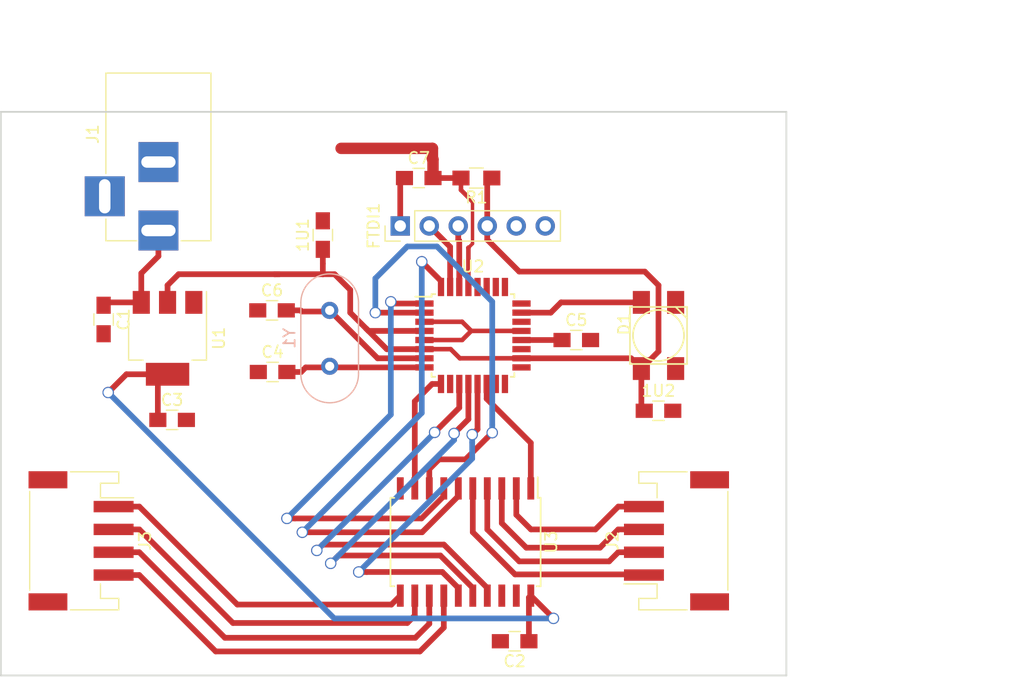
<source format=kicad_pcb>
(kicad_pcb (version 4) (host pcbnew 4.0.7)

  (general
    (links 59)
    (no_connects 6)
    (area 113.324999 56.3 206.85 115.075001)
    (thickness 1.6)
    (drawings 6)
    (tracks 204)
    (zones 0)
    (modules 19)
    (nets 29)
  )

  (page A4)
  (layers
    (0 F.Cu signal)
    (31 B.Cu signal)
    (32 B.Adhes user)
    (33 F.Adhes user)
    (34 B.Paste user)
    (35 F.Paste user)
    (36 B.SilkS user)
    (37 F.SilkS user)
    (38 B.Mask user)
    (39 F.Mask user)
    (40 Dwgs.User user)
    (41 Cmts.User user)
    (42 Eco1.User user)
    (43 Eco2.User user)
    (44 Edge.Cuts user)
    (45 Margin user)
    (46 B.CrtYd user)
    (47 F.CrtYd user)
    (48 B.Fab user)
    (49 F.Fab user)
  )

  (setup
    (last_trace_width 0.5)
    (trace_clearance 0.2)
    (zone_clearance 0.508)
    (zone_45_only no)
    (trace_min 0.2)
    (segment_width 0.2)
    (edge_width 0.15)
    (via_size 1.5)
    (via_drill 0.8)
    (via_min_size 0.4)
    (via_min_drill 0.3)
    (uvia_size 0.3)
    (uvia_drill 0.1)
    (uvias_allowed no)
    (uvia_min_size 0.2)
    (uvia_min_drill 0.1)
    (pcb_text_width 0.3)
    (pcb_text_size 1.5 1.5)
    (mod_edge_width 0.15)
    (mod_text_size 1 1)
    (mod_text_width 0.15)
    (pad_size 2 3.8)
    (pad_drill 0)
    (pad_to_mask_clearance 0.2)
    (aux_axis_origin 113.4 115)
    (visible_elements FFFFE77F)
    (pcbplotparams
      (layerselection 0x01000_80000001)
      (usegerberextensions false)
      (excludeedgelayer true)
      (linewidth 0.100000)
      (plotframeref false)
      (viasonmask false)
      (mode 1)
      (useauxorigin true)
      (hpglpennumber 1)
      (hpglpenspeed 20)
      (hpglpendiameter 15)
      (hpglpenoverlay 2)
      (psnegative false)
      (psa4output false)
      (plotreference true)
      (plotvalue true)
      (plotinvisibletext false)
      (padsonsilk false)
      (subtractmaskfromsilk false)
      (outputformat 1)
      (mirror false)
      (drillshape 0)
      (scaleselection 1)
      (outputdirectory ""))
  )

  (net 0 "")
  (net 1 VCC)
  (net 2 GND)
  (net 3 "Net-(C1-Pad1)")
  (net 4 "Net-(C4-Pad2)")
  (net 5 "Net-(C5-Pad1)")
  (net 6 "Net-(C6-Pad2)")
  (net 7 RST)
  (net 8 reset_in)
  (net 9 led)
  (net 10 TX0)
  (net 11 RXI)
  (net 12 "Net-(J2-Pad1)")
  (net 13 "Net-(J2-Pad2)")
  (net 14 "Net-(J2-Pad3)")
  (net 15 "Net-(J2-Pad4)")
  (net 16 "Net-(J3-Pad1)")
  (net 17 "Net-(J3-Pad2)")
  (net 18 "Net-(J3-Pad3)")
  (net 19 "Net-(J3-Pad4)")
  (net 20 2)
  (net 21 3)
  (net 22 4)
  (net 23 11)
  (net 24 12)
  (net 25 13)
  (net 26 14)
  (net 27 en)
  (net 28 1)

  (net_class Default "This is the default net class."
    (clearance 0.2)
    (trace_width 0.5)
    (via_dia 1.5)
    (via_drill 0.8)
    (uvia_dia 0.3)
    (uvia_drill 0.1)
    (add_net 1)
    (add_net 11)
    (add_net 12)
    (add_net 13)
    (add_net 14)
    (add_net 2)
    (add_net 3)
    (add_net 4)
    (add_net GND)
    (add_net "Net-(C1-Pad1)")
    (add_net "Net-(C4-Pad2)")
    (add_net "Net-(C5-Pad1)")
    (add_net "Net-(C6-Pad2)")
    (add_net "Net-(J2-Pad1)")
    (add_net "Net-(J2-Pad2)")
    (add_net "Net-(J2-Pad3)")
    (add_net "Net-(J2-Pad4)")
    (add_net "Net-(J3-Pad1)")
    (add_net "Net-(J3-Pad2)")
    (add_net "Net-(J3-Pad3)")
    (add_net "Net-(J3-Pad4)")
    (add_net RST)
    (add_net RXI)
    (add_net TX0)
    (add_net VCC)
    (add_net en)
    (add_net led)
    (add_net reset_in)
  )

  (module Crystals:Crystal_HC18-U_Vertical (layer B.Cu) (tedit 58CD2E9B) (tstamp 5A26DD5C)
    (at 142.2 83 270)
    (descr "Crystal THT HC-18/U, http://5hertz.com/pdfs/04404_D.pdf")
    (tags "THT crystalHC-18/U")
    (path /5A270F6A)
    (fp_text reference Y1 (at 2.45 3.525 270) (layer B.SilkS)
      (effects (font (size 1 1) (thickness 0.15)) (justify mirror))
    )
    (fp_text value 8MHZ (at 2.45 -3.525 270) (layer B.Fab)
      (effects (font (size 1 1) (thickness 0.15)) (justify mirror))
    )
    (fp_text user %R (at 3.2 0 540) (layer B.Fab)
      (effects (font (size 1 1) (thickness 0.15)) (justify mirror))
    )
    (fp_line (start -0.675 2.325) (end 5.575 2.325) (layer B.Fab) (width 0.1))
    (fp_line (start -0.675 -2.325) (end 5.575 -2.325) (layer B.Fab) (width 0.1))
    (fp_line (start -0.55 2) (end 5.45 2) (layer B.Fab) (width 0.1))
    (fp_line (start -0.55 -2) (end 5.45 -2) (layer B.Fab) (width 0.1))
    (fp_line (start -0.675 2.525) (end 5.575 2.525) (layer B.SilkS) (width 0.12))
    (fp_line (start -0.675 -2.525) (end 5.575 -2.525) (layer B.SilkS) (width 0.12))
    (fp_line (start -3.5 2.8) (end -3.5 -2.8) (layer B.CrtYd) (width 0.05))
    (fp_line (start -3.5 -2.8) (end 8.4 -2.8) (layer B.CrtYd) (width 0.05))
    (fp_line (start 8.4 -2.8) (end 8.4 2.8) (layer B.CrtYd) (width 0.05))
    (fp_line (start 8.4 2.8) (end -3.5 2.8) (layer B.CrtYd) (width 0.05))
    (fp_arc (start -0.675 0) (end -0.675 2.325) (angle 180) (layer B.Fab) (width 0.1))
    (fp_arc (start 5.575 0) (end 5.575 2.325) (angle -180) (layer B.Fab) (width 0.1))
    (fp_arc (start -0.55 0) (end -0.55 2) (angle 180) (layer B.Fab) (width 0.1))
    (fp_arc (start 5.45 0) (end 5.45 2) (angle -180) (layer B.Fab) (width 0.1))
    (fp_arc (start -0.675 0) (end -0.675 2.525) (angle 180) (layer B.SilkS) (width 0.12))
    (fp_arc (start 5.575 0) (end 5.575 2.525) (angle -180) (layer B.SilkS) (width 0.12))
    (pad 1 thru_hole circle (at 0 0 270) (size 1.5 1.5) (drill 0.8) (layers *.Cu *.Mask)
      (net 4 "Net-(C4-Pad2)"))
    (pad 2 thru_hole circle (at 4.9 0 270) (size 1.5 1.5) (drill 0.8) (layers *.Cu *.Mask)
      (net 6 "Net-(C6-Pad2)"))
    (model ${KISYS3DMOD}/Crystals.3dshapes/Crystal_HC18-U_Vertical.wrl
      (at (xyz 0 0 0))
      (scale (xyz 0.393701 0.393701 0.393701))
      (rotate (xyz 0 0 0))
    )
  )

  (module Capacitors_SMD:C_0805_HandSoldering (layer F.Cu) (tedit 58AA84A8) (tstamp 5A26DCA8)
    (at 141.6 76.4 90)
    (descr "Capacitor SMD 0805, hand soldering")
    (tags "capacitor 0805")
    (path /5A270F7E)
    (attr smd)
    (fp_text reference 1U1 (at 0 -1.75 90) (layer F.SilkS)
      (effects (font (size 1 1) (thickness 0.15)))
    )
    (fp_text value 0,1U (at 0 1.75 90) (layer F.Fab)
      (effects (font (size 1 1) (thickness 0.15)))
    )
    (fp_text user %R (at 0 -1.75 90) (layer F.Fab)
      (effects (font (size 1 1) (thickness 0.15)))
    )
    (fp_line (start -1 0.62) (end -1 -0.62) (layer F.Fab) (width 0.1))
    (fp_line (start 1 0.62) (end -1 0.62) (layer F.Fab) (width 0.1))
    (fp_line (start 1 -0.62) (end 1 0.62) (layer F.Fab) (width 0.1))
    (fp_line (start -1 -0.62) (end 1 -0.62) (layer F.Fab) (width 0.1))
    (fp_line (start 0.5 -0.85) (end -0.5 -0.85) (layer F.SilkS) (width 0.12))
    (fp_line (start -0.5 0.85) (end 0.5 0.85) (layer F.SilkS) (width 0.12))
    (fp_line (start -2.25 -0.88) (end 2.25 -0.88) (layer F.CrtYd) (width 0.05))
    (fp_line (start -2.25 -0.88) (end -2.25 0.87) (layer F.CrtYd) (width 0.05))
    (fp_line (start 2.25 0.87) (end 2.25 -0.88) (layer F.CrtYd) (width 0.05))
    (fp_line (start 2.25 0.87) (end -2.25 0.87) (layer F.CrtYd) (width 0.05))
    (pad 1 smd rect (at -1.25 0 90) (size 1.5 1.25) (layers F.Cu F.Paste F.Mask)
      (net 1 VCC))
    (pad 2 smd rect (at 1.25 0 90) (size 1.5 1.25) (layers F.Cu F.Paste F.Mask)
      (net 2 GND))
    (model Capacitors_SMD.3dshapes/C_0805.wrl
      (at (xyz 0 0 0))
      (scale (xyz 1 1 1))
      (rotate (xyz 0 0 0))
    )
  )

  (module Capacitors_SMD:C_0805_HandSoldering (layer F.Cu) (tedit 58AA84A8) (tstamp 5A26DCAE)
    (at 171 91.8)
    (descr "Capacitor SMD 0805, hand soldering")
    (tags "capacitor 0805")
    (path /5A271DCC)
    (attr smd)
    (fp_text reference 1U2 (at 0 -1.75) (layer F.SilkS)
      (effects (font (size 1 1) (thickness 0.15)))
    )
    (fp_text value 0,1U (at 0 1.75) (layer F.Fab)
      (effects (font (size 1 1) (thickness 0.15)))
    )
    (fp_text user %R (at 0 -1.75) (layer F.Fab)
      (effects (font (size 1 1) (thickness 0.15)))
    )
    (fp_line (start -1 0.62) (end -1 -0.62) (layer F.Fab) (width 0.1))
    (fp_line (start 1 0.62) (end -1 0.62) (layer F.Fab) (width 0.1))
    (fp_line (start 1 -0.62) (end 1 0.62) (layer F.Fab) (width 0.1))
    (fp_line (start -1 -0.62) (end 1 -0.62) (layer F.Fab) (width 0.1))
    (fp_line (start 0.5 -0.85) (end -0.5 -0.85) (layer F.SilkS) (width 0.12))
    (fp_line (start -0.5 0.85) (end 0.5 0.85) (layer F.SilkS) (width 0.12))
    (fp_line (start -2.25 -0.88) (end 2.25 -0.88) (layer F.CrtYd) (width 0.05))
    (fp_line (start -2.25 -0.88) (end -2.25 0.87) (layer F.CrtYd) (width 0.05))
    (fp_line (start 2.25 0.87) (end 2.25 -0.88) (layer F.CrtYd) (width 0.05))
    (fp_line (start 2.25 0.87) (end -2.25 0.87) (layer F.CrtYd) (width 0.05))
    (pad 1 smd rect (at -1.25 0) (size 1.5 1.25) (layers F.Cu F.Paste F.Mask)
      (net 1 VCC))
    (pad 2 smd rect (at 1.25 0) (size 1.5 1.25) (layers F.Cu F.Paste F.Mask)
      (net 2 GND))
    (model Capacitors_SMD.3dshapes/C_0805.wrl
      (at (xyz 0 0 0))
      (scale (xyz 1 1 1))
      (rotate (xyz 0 0 0))
    )
  )

  (module Capacitors_SMD:C_0805_HandSoldering (layer F.Cu) (tedit 58AA84A8) (tstamp 5A26DCB4)
    (at 122.4 83.8 270)
    (descr "Capacitor SMD 0805, hand soldering")
    (tags "capacitor 0805")
    (path /5A274728)
    (attr smd)
    (fp_text reference C1 (at 0 -1.75 270) (layer F.SilkS)
      (effects (font (size 1 1) (thickness 0.15)))
    )
    (fp_text value C (at 0 1.75 270) (layer F.Fab)
      (effects (font (size 1 1) (thickness 0.15)))
    )
    (fp_text user %R (at 0 -1.75 270) (layer F.Fab)
      (effects (font (size 1 1) (thickness 0.15)))
    )
    (fp_line (start -1 0.62) (end -1 -0.62) (layer F.Fab) (width 0.1))
    (fp_line (start 1 0.62) (end -1 0.62) (layer F.Fab) (width 0.1))
    (fp_line (start 1 -0.62) (end 1 0.62) (layer F.Fab) (width 0.1))
    (fp_line (start -1 -0.62) (end 1 -0.62) (layer F.Fab) (width 0.1))
    (fp_line (start 0.5 -0.85) (end -0.5 -0.85) (layer F.SilkS) (width 0.12))
    (fp_line (start -0.5 0.85) (end 0.5 0.85) (layer F.SilkS) (width 0.12))
    (fp_line (start -2.25 -0.88) (end 2.25 -0.88) (layer F.CrtYd) (width 0.05))
    (fp_line (start -2.25 -0.88) (end -2.25 0.87) (layer F.CrtYd) (width 0.05))
    (fp_line (start 2.25 0.87) (end 2.25 -0.88) (layer F.CrtYd) (width 0.05))
    (fp_line (start 2.25 0.87) (end -2.25 0.87) (layer F.CrtYd) (width 0.05))
    (pad 1 smd rect (at -1.25 0 270) (size 1.5 1.25) (layers F.Cu F.Paste F.Mask)
      (net 3 "Net-(C1-Pad1)"))
    (pad 2 smd rect (at 1.25 0 270) (size 1.5 1.25) (layers F.Cu F.Paste F.Mask)
      (net 2 GND))
    (model Capacitors_SMD.3dshapes/C_0805.wrl
      (at (xyz 0 0 0))
      (scale (xyz 1 1 1))
      (rotate (xyz 0 0 0))
    )
  )

  (module Capacitors_SMD:C_0805_HandSoldering (layer F.Cu) (tedit 58AA84A8) (tstamp 5A26DCBA)
    (at 158.4 112 180)
    (descr "Capacitor SMD 0805, hand soldering")
    (tags "capacitor 0805")
    (path /5A274761)
    (attr smd)
    (fp_text reference C2 (at 0 -1.75 180) (layer F.SilkS)
      (effects (font (size 1 1) (thickness 0.15)))
    )
    (fp_text value C (at -3.4 -0.4 180) (layer F.Fab)
      (effects (font (size 1 1) (thickness 0.15)))
    )
    (fp_text user %R (at 0 -1.75 180) (layer F.Fab)
      (effects (font (size 1 1) (thickness 0.15)))
    )
    (fp_line (start -1 0.62) (end -1 -0.62) (layer F.Fab) (width 0.1))
    (fp_line (start 1 0.62) (end -1 0.62) (layer F.Fab) (width 0.1))
    (fp_line (start 1 -0.62) (end 1 0.62) (layer F.Fab) (width 0.1))
    (fp_line (start -1 -0.62) (end 1 -0.62) (layer F.Fab) (width 0.1))
    (fp_line (start 0.5 -0.85) (end -0.5 -0.85) (layer F.SilkS) (width 0.12))
    (fp_line (start -0.5 0.85) (end 0.5 0.85) (layer F.SilkS) (width 0.12))
    (fp_line (start -2.25 -0.88) (end 2.25 -0.88) (layer F.CrtYd) (width 0.05))
    (fp_line (start -2.25 -0.88) (end -2.25 0.87) (layer F.CrtYd) (width 0.05))
    (fp_line (start 2.25 0.87) (end 2.25 -0.88) (layer F.CrtYd) (width 0.05))
    (fp_line (start 2.25 0.87) (end -2.25 0.87) (layer F.CrtYd) (width 0.05))
    (pad 1 smd rect (at -1.25 0 180) (size 1.5 1.25) (layers F.Cu F.Paste F.Mask)
      (net 1 VCC))
    (pad 2 smd rect (at 1.25 0 180) (size 1.5 1.25) (layers F.Cu F.Paste F.Mask)
      (net 2 GND))
    (model Capacitors_SMD.3dshapes/C_0805.wrl
      (at (xyz 0 0 0))
      (scale (xyz 1 1 1))
      (rotate (xyz 0 0 0))
    )
  )

  (module Capacitors_SMD:C_0805_HandSoldering (layer F.Cu) (tedit 58AA84A8) (tstamp 5A26DCC0)
    (at 128.4 92.6)
    (descr "Capacitor SMD 0805, hand soldering")
    (tags "capacitor 0805")
    (path /5A27509C)
    (attr smd)
    (fp_text reference C3 (at 0 -1.75) (layer F.SilkS)
      (effects (font (size 1 1) (thickness 0.15)))
    )
    (fp_text value C (at 0 1.75) (layer F.Fab)
      (effects (font (size 1 1) (thickness 0.15)))
    )
    (fp_text user %R (at 0 -1.75) (layer F.Fab)
      (effects (font (size 1 1) (thickness 0.15)))
    )
    (fp_line (start -1 0.62) (end -1 -0.62) (layer F.Fab) (width 0.1))
    (fp_line (start 1 0.62) (end -1 0.62) (layer F.Fab) (width 0.1))
    (fp_line (start 1 -0.62) (end 1 0.62) (layer F.Fab) (width 0.1))
    (fp_line (start -1 -0.62) (end 1 -0.62) (layer F.Fab) (width 0.1))
    (fp_line (start 0.5 -0.85) (end -0.5 -0.85) (layer F.SilkS) (width 0.12))
    (fp_line (start -0.5 0.85) (end 0.5 0.85) (layer F.SilkS) (width 0.12))
    (fp_line (start -2.25 -0.88) (end 2.25 -0.88) (layer F.CrtYd) (width 0.05))
    (fp_line (start -2.25 -0.88) (end -2.25 0.87) (layer F.CrtYd) (width 0.05))
    (fp_line (start 2.25 0.87) (end 2.25 -0.88) (layer F.CrtYd) (width 0.05))
    (fp_line (start 2.25 0.87) (end -2.25 0.87) (layer F.CrtYd) (width 0.05))
    (pad 1 smd rect (at -1.25 0) (size 1.5 1.25) (layers F.Cu F.Paste F.Mask)
      (net 1 VCC))
    (pad 2 smd rect (at 1.25 0) (size 1.5 1.25) (layers F.Cu F.Paste F.Mask)
      (net 2 GND))
    (model Capacitors_SMD.3dshapes/C_0805.wrl
      (at (xyz 0 0 0))
      (scale (xyz 1 1 1))
      (rotate (xyz 0 0 0))
    )
  )

  (module Capacitors_SMD:C_0805_HandSoldering (layer F.Cu) (tedit 58AA84A8) (tstamp 5A26DCC6)
    (at 137.2 88.4)
    (descr "Capacitor SMD 0805, hand soldering")
    (tags "capacitor 0805")
    (path /5A270F78)
    (attr smd)
    (fp_text reference C4 (at 0 -1.75) (layer F.SilkS)
      (effects (font (size 1 1) (thickness 0.15)))
    )
    (fp_text value 22pf (at 0 1.75) (layer F.Fab)
      (effects (font (size 1 1) (thickness 0.15)))
    )
    (fp_text user %R (at 0 -1.75) (layer F.Fab)
      (effects (font (size 1 1) (thickness 0.15)))
    )
    (fp_line (start -1 0.62) (end -1 -0.62) (layer F.Fab) (width 0.1))
    (fp_line (start 1 0.62) (end -1 0.62) (layer F.Fab) (width 0.1))
    (fp_line (start 1 -0.62) (end 1 0.62) (layer F.Fab) (width 0.1))
    (fp_line (start -1 -0.62) (end 1 -0.62) (layer F.Fab) (width 0.1))
    (fp_line (start 0.5 -0.85) (end -0.5 -0.85) (layer F.SilkS) (width 0.12))
    (fp_line (start -0.5 0.85) (end 0.5 0.85) (layer F.SilkS) (width 0.12))
    (fp_line (start -2.25 -0.88) (end 2.25 -0.88) (layer F.CrtYd) (width 0.05))
    (fp_line (start -2.25 -0.88) (end -2.25 0.87) (layer F.CrtYd) (width 0.05))
    (fp_line (start 2.25 0.87) (end 2.25 -0.88) (layer F.CrtYd) (width 0.05))
    (fp_line (start 2.25 0.87) (end -2.25 0.87) (layer F.CrtYd) (width 0.05))
    (pad 1 smd rect (at -1.25 0) (size 1.5 1.25) (layers F.Cu F.Paste F.Mask)
      (net 2 GND))
    (pad 2 smd rect (at 1.25 0) (size 1.5 1.25) (layers F.Cu F.Paste F.Mask)
      (net 4 "Net-(C4-Pad2)"))
    (model Capacitors_SMD.3dshapes/C_0805.wrl
      (at (xyz 0 0 0))
      (scale (xyz 1 1 1))
      (rotate (xyz 0 0 0))
    )
  )

  (module Capacitors_SMD:C_0805_HandSoldering (layer F.Cu) (tedit 58AA84A8) (tstamp 5A26DCCC)
    (at 163.8 85.6)
    (descr "Capacitor SMD 0805, hand soldering")
    (tags "capacitor 0805")
    (path /5A270F6B)
    (attr smd)
    (fp_text reference C5 (at 0 -1.75) (layer F.SilkS)
      (effects (font (size 1 1) (thickness 0.15)))
    )
    (fp_text value 0,1U (at -0.2 3) (layer F.Fab)
      (effects (font (size 1 1) (thickness 0.15)))
    )
    (fp_text user %R (at 0 -1.75) (layer F.Fab)
      (effects (font (size 1 1) (thickness 0.15)))
    )
    (fp_line (start -1 0.62) (end -1 -0.62) (layer F.Fab) (width 0.1))
    (fp_line (start 1 0.62) (end -1 0.62) (layer F.Fab) (width 0.1))
    (fp_line (start 1 -0.62) (end 1 0.62) (layer F.Fab) (width 0.1))
    (fp_line (start -1 -0.62) (end 1 -0.62) (layer F.Fab) (width 0.1))
    (fp_line (start 0.5 -0.85) (end -0.5 -0.85) (layer F.SilkS) (width 0.12))
    (fp_line (start -0.5 0.85) (end 0.5 0.85) (layer F.SilkS) (width 0.12))
    (fp_line (start -2.25 -0.88) (end 2.25 -0.88) (layer F.CrtYd) (width 0.05))
    (fp_line (start -2.25 -0.88) (end -2.25 0.87) (layer F.CrtYd) (width 0.05))
    (fp_line (start 2.25 0.87) (end 2.25 -0.88) (layer F.CrtYd) (width 0.05))
    (fp_line (start 2.25 0.87) (end -2.25 0.87) (layer F.CrtYd) (width 0.05))
    (pad 1 smd rect (at -1.25 0) (size 1.5 1.25) (layers F.Cu F.Paste F.Mask)
      (net 5 "Net-(C5-Pad1)"))
    (pad 2 smd rect (at 1.25 0) (size 1.5 1.25) (layers F.Cu F.Paste F.Mask)
      (net 2 GND))
    (model Capacitors_SMD.3dshapes/C_0805.wrl
      (at (xyz 0 0 0))
      (scale (xyz 1 1 1))
      (rotate (xyz 0 0 0))
    )
  )

  (module Capacitors_SMD:C_0805_HandSoldering (layer F.Cu) (tedit 58AA84A8) (tstamp 5A26DCD2)
    (at 137.15 83)
    (descr "Capacitor SMD 0805, hand soldering")
    (tags "capacitor 0805")
    (path /5A270F77)
    (attr smd)
    (fp_text reference C6 (at 0 -1.75) (layer F.SilkS)
      (effects (font (size 1 1) (thickness 0.15)))
    )
    (fp_text value 22pf (at 0 1.75) (layer F.Fab)
      (effects (font (size 1 1) (thickness 0.15)))
    )
    (fp_text user %R (at 0 -1.75) (layer F.Fab)
      (effects (font (size 1 1) (thickness 0.15)))
    )
    (fp_line (start -1 0.62) (end -1 -0.62) (layer F.Fab) (width 0.1))
    (fp_line (start 1 0.62) (end -1 0.62) (layer F.Fab) (width 0.1))
    (fp_line (start 1 -0.62) (end 1 0.62) (layer F.Fab) (width 0.1))
    (fp_line (start -1 -0.62) (end 1 -0.62) (layer F.Fab) (width 0.1))
    (fp_line (start 0.5 -0.85) (end -0.5 -0.85) (layer F.SilkS) (width 0.12))
    (fp_line (start -0.5 0.85) (end 0.5 0.85) (layer F.SilkS) (width 0.12))
    (fp_line (start -2.25 -0.88) (end 2.25 -0.88) (layer F.CrtYd) (width 0.05))
    (fp_line (start -2.25 -0.88) (end -2.25 0.87) (layer F.CrtYd) (width 0.05))
    (fp_line (start 2.25 0.87) (end 2.25 -0.88) (layer F.CrtYd) (width 0.05))
    (fp_line (start 2.25 0.87) (end -2.25 0.87) (layer F.CrtYd) (width 0.05))
    (pad 1 smd rect (at -1.25 0) (size 1.5 1.25) (layers F.Cu F.Paste F.Mask)
      (net 2 GND))
    (pad 2 smd rect (at 1.25 0) (size 1.5 1.25) (layers F.Cu F.Paste F.Mask)
      (net 6 "Net-(C6-Pad2)"))
    (model Capacitors_SMD.3dshapes/C_0805.wrl
      (at (xyz 0 0 0))
      (scale (xyz 1 1 1))
      (rotate (xyz 0 0 0))
    )
  )

  (module Capacitors_SMD:C_0805_HandSoldering (layer F.Cu) (tedit 58AA84A8) (tstamp 5A26DCD8)
    (at 150 71.4)
    (descr "Capacitor SMD 0805, hand soldering")
    (tags "capacitor 0805")
    (path /5A270F6E)
    (attr smd)
    (fp_text reference C7 (at 0 -1.75) (layer F.SilkS)
      (effects (font (size 1 1) (thickness 0.15)))
    )
    (fp_text value 0,1u (at -4 0) (layer F.Fab)
      (effects (font (size 1 1) (thickness 0.15)))
    )
    (fp_text user %R (at 0 -1.75) (layer F.Fab)
      (effects (font (size 1 1) (thickness 0.15)))
    )
    (fp_line (start -1 0.62) (end -1 -0.62) (layer F.Fab) (width 0.1))
    (fp_line (start 1 0.62) (end -1 0.62) (layer F.Fab) (width 0.1))
    (fp_line (start 1 -0.62) (end 1 0.62) (layer F.Fab) (width 0.1))
    (fp_line (start -1 -0.62) (end 1 -0.62) (layer F.Fab) (width 0.1))
    (fp_line (start 0.5 -0.85) (end -0.5 -0.85) (layer F.SilkS) (width 0.12))
    (fp_line (start -0.5 0.85) (end 0.5 0.85) (layer F.SilkS) (width 0.12))
    (fp_line (start -2.25 -0.88) (end 2.25 -0.88) (layer F.CrtYd) (width 0.05))
    (fp_line (start -2.25 -0.88) (end -2.25 0.87) (layer F.CrtYd) (width 0.05))
    (fp_line (start 2.25 0.87) (end 2.25 -0.88) (layer F.CrtYd) (width 0.05))
    (fp_line (start 2.25 0.87) (end -2.25 0.87) (layer F.CrtYd) (width 0.05))
    (pad 1 smd rect (at -1.25 0) (size 1.5 1.25) (layers F.Cu F.Paste F.Mask)
      (net 7 RST))
    (pad 2 smd rect (at 1.25 0) (size 1.5 1.25) (layers F.Cu F.Paste F.Mask)
      (net 8 reset_in))
    (model Capacitors_SMD.3dshapes/C_0805.wrl
      (at (xyz 0 0 0))
      (scale (xyz 1 1 1))
      (rotate (xyz 0 0 0))
    )
  )

  (module Libs:WS2812B (layer F.Cu) (tedit 5A08950F) (tstamp 5A26DCE0)
    (at 171 85.2 90)
    (path /5A271785)
    (fp_text reference D1 (at 1 -3 90) (layer F.SilkS)
      (effects (font (size 1 1) (thickness 0.15)))
    )
    (fp_text value WS2812B (at 0 4 90) (layer F.Fab)
      (effects (font (size 1 1) (thickness 0.15)))
    )
    (fp_line (start -2.5 -2.5) (end 2.5 -2.5) (layer F.SilkS) (width 0.15))
    (fp_line (start 2.5 -2.5) (end 2.5 2.5) (layer F.SilkS) (width 0.15))
    (fp_line (start 2.5 2.5) (end -2.5 2.5) (layer F.SilkS) (width 0.15))
    (fp_line (start -2.5 2.5) (end -2.5 -2.5) (layer F.SilkS) (width 0.15))
    (fp_line (start 2.5 1.5) (end 1.5 2.5) (layer F.SilkS) (width 0.15))
    (fp_circle (center 0 0) (end 2 1) (layer F.SilkS) (width 0.15))
    (pad 1 smd trapezoid (at 2.9 1.5 90) (size 2 1.5) (layers F.Cu F.Paste F.Mask)
      (net 2 GND))
    (pad 2 smd trapezoid (at 2.9 -1.5 90) (size 2 1.5) (layers F.Cu F.Paste F.Mask)
      (net 9 led))
    (pad 3 smd trapezoid (at -2.9 -1.5 90) (size 2 1.5) (layers F.Cu F.Paste F.Mask)
      (net 1 VCC))
    (pad 4 smd trapezoid (at -2.9 1.5 90) (size 2 1.5) (layers F.Cu F.Paste F.Mask))
  )

  (module Pin_Headers:Pin_Header_Straight_1x06_Pitch2.54mm (layer F.Cu) (tedit 59650532) (tstamp 5A26DCEA)
    (at 148.38 75.6 90)
    (descr "Through hole straight pin header, 1x06, 2.54mm pitch, single row")
    (tags "Through hole pin header THT 1x06 2.54mm single row")
    (path /5A270F6F)
    (fp_text reference FTDI1 (at 0 -2.33 90) (layer F.SilkS)
      (effects (font (size 1 1) (thickness 0.15)))
    )
    (fp_text value FTDI (at 0 15.03 90) (layer F.Fab)
      (effects (font (size 1 1) (thickness 0.15)))
    )
    (fp_line (start -0.635 -1.27) (end 1.27 -1.27) (layer F.Fab) (width 0.1))
    (fp_line (start 1.27 -1.27) (end 1.27 13.97) (layer F.Fab) (width 0.1))
    (fp_line (start 1.27 13.97) (end -1.27 13.97) (layer F.Fab) (width 0.1))
    (fp_line (start -1.27 13.97) (end -1.27 -0.635) (layer F.Fab) (width 0.1))
    (fp_line (start -1.27 -0.635) (end -0.635 -1.27) (layer F.Fab) (width 0.1))
    (fp_line (start -1.33 14.03) (end 1.33 14.03) (layer F.SilkS) (width 0.12))
    (fp_line (start -1.33 1.27) (end -1.33 14.03) (layer F.SilkS) (width 0.12))
    (fp_line (start 1.33 1.27) (end 1.33 14.03) (layer F.SilkS) (width 0.12))
    (fp_line (start -1.33 1.27) (end 1.33 1.27) (layer F.SilkS) (width 0.12))
    (fp_line (start -1.33 0) (end -1.33 -1.33) (layer F.SilkS) (width 0.12))
    (fp_line (start -1.33 -1.33) (end 0 -1.33) (layer F.SilkS) (width 0.12))
    (fp_line (start -1.8 -1.8) (end -1.8 14.5) (layer F.CrtYd) (width 0.05))
    (fp_line (start -1.8 14.5) (end 1.8 14.5) (layer F.CrtYd) (width 0.05))
    (fp_line (start 1.8 14.5) (end 1.8 -1.8) (layer F.CrtYd) (width 0.05))
    (fp_line (start 1.8 -1.8) (end -1.8 -1.8) (layer F.CrtYd) (width 0.05))
    (fp_text user %R (at 0.2 4.34 180) (layer F.Fab)
      (effects (font (size 1 1) (thickness 0.15)))
    )
    (pad 1 thru_hole rect (at 0 0 90) (size 1.7 1.7) (drill 1) (layers *.Cu *.Mask)
      (net 7 RST))
    (pad 2 thru_hole oval (at 0 2.54 90) (size 1.7 1.7) (drill 1) (layers *.Cu *.Mask)
      (net 10 TX0))
    (pad 3 thru_hole oval (at 0 5.08 90) (size 1.7 1.7) (drill 1) (layers *.Cu *.Mask)
      (net 11 RXI))
    (pad 4 thru_hole oval (at 0 7.62 90) (size 1.7 1.7) (drill 1) (layers *.Cu *.Mask)
      (net 1 VCC))
    (pad 5 thru_hole oval (at 0 10.16 90) (size 1.7 1.7) (drill 1) (layers *.Cu *.Mask)
      (net 2 GND))
    (pad 6 thru_hole oval (at 0 12.7 90) (size 1.7 1.7) (drill 1) (layers *.Cu *.Mask)
      (net 2 GND))
    (model ${KISYS3DMOD}/Pin_Headers.3dshapes/Pin_Header_Straight_1x06_Pitch2.54mm.wrl
      (at (xyz 0 0 0))
      (scale (xyz 1 1 1))
      (rotate (xyz 0 0 0))
    )
  )

  (module Connectors:BARREL_JACK (layer F.Cu) (tedit 5861378E) (tstamp 5A26DCF1)
    (at 127.2 76 270)
    (descr "DC Barrel Jack")
    (tags "Power Jack")
    (path /5A27172C)
    (fp_text reference J1 (at -8.45 5.75 450) (layer F.SilkS)
      (effects (font (size 1 1) (thickness 0.15)))
    )
    (fp_text value Barrel_Jack (at -6.2 -5.5 270) (layer F.Fab)
      (effects (font (size 1 1) (thickness 0.15)))
    )
    (fp_line (start 1 -4.5) (end 1 -4.75) (layer F.CrtYd) (width 0.05))
    (fp_line (start 1 -4.75) (end -14 -4.75) (layer F.CrtYd) (width 0.05))
    (fp_line (start 1 -4.5) (end 1 -2) (layer F.CrtYd) (width 0.05))
    (fp_line (start 1 -2) (end 2 -2) (layer F.CrtYd) (width 0.05))
    (fp_line (start 2 -2) (end 2 2) (layer F.CrtYd) (width 0.05))
    (fp_line (start 2 2) (end 1 2) (layer F.CrtYd) (width 0.05))
    (fp_line (start 1 2) (end 1 4.75) (layer F.CrtYd) (width 0.05))
    (fp_line (start 1 4.75) (end -1 4.75) (layer F.CrtYd) (width 0.05))
    (fp_line (start -1 4.75) (end -1 6.75) (layer F.CrtYd) (width 0.05))
    (fp_line (start -1 6.75) (end -5 6.75) (layer F.CrtYd) (width 0.05))
    (fp_line (start -5 6.75) (end -5 4.75) (layer F.CrtYd) (width 0.05))
    (fp_line (start -5 4.75) (end -14 4.75) (layer F.CrtYd) (width 0.05))
    (fp_line (start -14 4.75) (end -14 -4.75) (layer F.CrtYd) (width 0.05))
    (fp_line (start -5 4.6) (end -13.8 4.6) (layer F.SilkS) (width 0.12))
    (fp_line (start -13.8 4.6) (end -13.8 -4.6) (layer F.SilkS) (width 0.12))
    (fp_line (start 0.9 1.9) (end 0.9 4.6) (layer F.SilkS) (width 0.12))
    (fp_line (start 0.9 4.6) (end -1 4.6) (layer F.SilkS) (width 0.12))
    (fp_line (start -13.8 -4.6) (end 0.9 -4.6) (layer F.SilkS) (width 0.12))
    (fp_line (start 0.9 -4.6) (end 0.9 -2) (layer F.SilkS) (width 0.12))
    (fp_line (start -10.2 -4.5) (end -10.2 4.5) (layer F.Fab) (width 0.1))
    (fp_line (start -13.7 -4.5) (end -13.7 4.5) (layer F.Fab) (width 0.1))
    (fp_line (start -13.7 4.5) (end 0.8 4.5) (layer F.Fab) (width 0.1))
    (fp_line (start 0.8 4.5) (end 0.8 -4.5) (layer F.Fab) (width 0.1))
    (fp_line (start 0.8 -4.5) (end -13.7 -4.5) (layer F.Fab) (width 0.1))
    (pad 1 thru_hole rect (at 0 0 270) (size 3.5 3.5) (drill oval 1 3) (layers *.Cu *.Mask)
      (net 3 "Net-(C1-Pad1)"))
    (pad 2 thru_hole rect (at -6 0 270) (size 3.5 3.5) (drill oval 1 3) (layers *.Cu *.Mask)
      (net 2 GND))
    (pad 3 thru_hole rect (at -3 4.7 270) (size 3.5 3.5) (drill oval 3 1) (layers *.Cu *.Mask))
  )

  (module Connectors_JST:JST_PH_S4B-PH-SM4-TB_04x2.00mm_Angled (layer F.Cu) (tedit 58D404C7) (tstamp 5A26DCFB)
    (at 172.6 103.2 90)
    (descr "JST PH series connector, S4B-PH-SM4-TB, side entry type, surface mount, Datasheet: http://www.jst-mfg.com/product/pdf/eng/ePH.pdf")
    (tags "connector jst ph")
    (path /5A2718BC)
    (attr smd)
    (fp_text reference J2 (at 0 -5.625 90) (layer F.SilkS)
      (effects (font (size 1 1) (thickness 0.15)))
    )
    (fp_text value Conn_01x04 (at -0.2 7 90) (layer F.Fab)
      (effects (font (size 1 1) (thickness 0.15)))
    )
    (fp_line (start -5.15 -1.625) (end -5.15 -3.225) (layer F.Fab) (width 0.1))
    (fp_line (start -5.15 -3.225) (end -5.95 -3.225) (layer F.Fab) (width 0.1))
    (fp_line (start -5.95 -3.225) (end -5.95 4.375) (layer F.Fab) (width 0.1))
    (fp_line (start -5.95 4.375) (end 5.95 4.375) (layer F.Fab) (width 0.1))
    (fp_line (start 5.95 4.375) (end 5.95 -3.225) (layer F.Fab) (width 0.1))
    (fp_line (start 5.95 -3.225) (end 5.15 -3.225) (layer F.Fab) (width 0.1))
    (fp_line (start 5.15 -3.225) (end 5.15 -1.625) (layer F.Fab) (width 0.1))
    (fp_line (start 5.15 -1.625) (end -5.15 -1.625) (layer F.Fab) (width 0.1))
    (fp_line (start -3.775 -1.725) (end -5.05 -1.725) (layer F.SilkS) (width 0.12))
    (fp_line (start -5.05 -1.725) (end -5.05 -3.325) (layer F.SilkS) (width 0.12))
    (fp_line (start -5.05 -3.325) (end -6.05 -3.325) (layer F.SilkS) (width 0.12))
    (fp_line (start -6.05 -3.325) (end -6.05 0.9) (layer F.SilkS) (width 0.12))
    (fp_line (start 6.05 0.9) (end 6.05 -3.325) (layer F.SilkS) (width 0.12))
    (fp_line (start 6.05 -3.325) (end 5.05 -3.325) (layer F.SilkS) (width 0.12))
    (fp_line (start 5.05 -3.325) (end 5.05 -1.725) (layer F.SilkS) (width 0.12))
    (fp_line (start 5.05 -1.725) (end 3.775 -1.725) (layer F.SilkS) (width 0.12))
    (fp_line (start -4.325 4.475) (end 4.325 4.475) (layer F.SilkS) (width 0.12))
    (fp_line (start -3.775 -1.725) (end -3.775 -4.625) (layer F.SilkS) (width 0.12))
    (fp_line (start -4 -1.625) (end -3 -0.625) (layer F.Fab) (width 0.1))
    (fp_line (start -3 -0.625) (end -2 -1.625) (layer F.Fab) (width 0.1))
    (fp_line (start -6.6 -5.13) (end -6.6 5.07) (layer F.CrtYd) (width 0.05))
    (fp_line (start -6.6 5.07) (end 6.6 5.07) (layer F.CrtYd) (width 0.05))
    (fp_line (start 6.6 5.07) (end 6.6 -5.13) (layer F.CrtYd) (width 0.05))
    (fp_line (start 6.6 -5.13) (end -6.6 -5.13) (layer F.CrtYd) (width 0.05))
    (fp_text user %R (at 2 2.8 360) (layer F.Fab)
      (effects (font (size 1 1) (thickness 0.15)))
    )
    (pad 1 smd rect (at -3 -2.875 90) (size 1 3.5) (layers F.Cu F.Paste F.Mask)
      (net 12 "Net-(J2-Pad1)"))
    (pad 2 smd rect (at -1 -2.875 90) (size 1 3.5) (layers F.Cu F.Paste F.Mask)
      (net 13 "Net-(J2-Pad2)"))
    (pad 3 smd rect (at 1 -2.875 90) (size 1 3.5) (layers F.Cu F.Paste F.Mask)
      (net 14 "Net-(J2-Pad3)"))
    (pad 4 smd rect (at 3 -2.875 90) (size 1 3.5) (layers F.Cu F.Paste F.Mask)
      (net 15 "Net-(J2-Pad4)"))
    (pad "" smd rect (at -5.35 2.875 90) (size 1.5 3.4) (layers F.Cu F.Paste F.Mask))
    (pad "" smd rect (at 5.35 2.875 90) (size 1.5 3.4) (layers F.Cu F.Paste F.Mask))
    (model ${KISYS3DMOD}/Connectors_JST.3dshapes/JST_PH_S4B-PH-SM4-TB_04x2.00mm_Angled.wrl
      (at (xyz 0 0 0))
      (scale (xyz 1 1 1))
      (rotate (xyz 0 0 0))
    )
  )

  (module Connectors_JST:JST_PH_S4B-PH-SM4-TB_04x2.00mm_Angled (layer F.Cu) (tedit 58D404C7) (tstamp 5A26DD05)
    (at 120.4 103.2 270)
    (descr "JST PH series connector, S4B-PH-SM4-TB, side entry type, surface mount, Datasheet: http://www.jst-mfg.com/product/pdf/eng/ePH.pdf")
    (tags "connector jst ph")
    (path /5A27281C)
    (attr smd)
    (fp_text reference J3 (at 0 -5.625 270) (layer F.SilkS)
      (effects (font (size 1 1) (thickness 0.15)))
    )
    (fp_text value Conn_01x04 (at 0 5.375 270) (layer F.Fab)
      (effects (font (size 1 1) (thickness 0.15)))
    )
    (fp_line (start -5.15 -1.625) (end -5.15 -3.225) (layer F.Fab) (width 0.1))
    (fp_line (start -5.15 -3.225) (end -5.95 -3.225) (layer F.Fab) (width 0.1))
    (fp_line (start -5.95 -3.225) (end -5.95 4.375) (layer F.Fab) (width 0.1))
    (fp_line (start -5.95 4.375) (end 5.95 4.375) (layer F.Fab) (width 0.1))
    (fp_line (start 5.95 4.375) (end 5.95 -3.225) (layer F.Fab) (width 0.1))
    (fp_line (start 5.95 -3.225) (end 5.15 -3.225) (layer F.Fab) (width 0.1))
    (fp_line (start 5.15 -3.225) (end 5.15 -1.625) (layer F.Fab) (width 0.1))
    (fp_line (start 5.15 -1.625) (end -5.15 -1.625) (layer F.Fab) (width 0.1))
    (fp_line (start -3.775 -1.725) (end -5.05 -1.725) (layer F.SilkS) (width 0.12))
    (fp_line (start -5.05 -1.725) (end -5.05 -3.325) (layer F.SilkS) (width 0.12))
    (fp_line (start -5.05 -3.325) (end -6.05 -3.325) (layer F.SilkS) (width 0.12))
    (fp_line (start -6.05 -3.325) (end -6.05 0.9) (layer F.SilkS) (width 0.12))
    (fp_line (start 6.05 0.9) (end 6.05 -3.325) (layer F.SilkS) (width 0.12))
    (fp_line (start 6.05 -3.325) (end 5.05 -3.325) (layer F.SilkS) (width 0.12))
    (fp_line (start 5.05 -3.325) (end 5.05 -1.725) (layer F.SilkS) (width 0.12))
    (fp_line (start 5.05 -1.725) (end 3.775 -1.725) (layer F.SilkS) (width 0.12))
    (fp_line (start -4.325 4.475) (end 4.325 4.475) (layer F.SilkS) (width 0.12))
    (fp_line (start -3.775 -1.725) (end -3.775 -4.625) (layer F.SilkS) (width 0.12))
    (fp_line (start -4 -1.625) (end -3 -0.625) (layer F.Fab) (width 0.1))
    (fp_line (start -3 -0.625) (end -2 -1.625) (layer F.Fab) (width 0.1))
    (fp_line (start -6.6 -5.13) (end -6.6 5.07) (layer F.CrtYd) (width 0.05))
    (fp_line (start -6.6 5.07) (end 6.6 5.07) (layer F.CrtYd) (width 0.05))
    (fp_line (start 6.6 5.07) (end 6.6 -5.13) (layer F.CrtYd) (width 0.05))
    (fp_line (start 6.6 -5.13) (end -6.6 -5.13) (layer F.CrtYd) (width 0.05))
    (fp_text user %R (at -3.2 1.4 540) (layer F.Fab)
      (effects (font (size 1 1) (thickness 0.15)))
    )
    (pad 1 smd rect (at -3 -2.875 270) (size 1 3.5) (layers F.Cu F.Paste F.Mask)
      (net 16 "Net-(J3-Pad1)"))
    (pad 2 smd rect (at -1 -2.875 270) (size 1 3.5) (layers F.Cu F.Paste F.Mask)
      (net 17 "Net-(J3-Pad2)"))
    (pad 3 smd rect (at 1 -2.875 270) (size 1 3.5) (layers F.Cu F.Paste F.Mask)
      (net 18 "Net-(J3-Pad3)"))
    (pad 4 smd rect (at 3 -2.875 270) (size 1 3.5) (layers F.Cu F.Paste F.Mask)
      (net 19 "Net-(J3-Pad4)"))
    (pad "" smd rect (at -5.35 2.875 270) (size 1.5 3.4) (layers F.Cu F.Paste F.Mask))
    (pad "" smd rect (at 5.35 2.875 270) (size 1.5 3.4) (layers F.Cu F.Paste F.Mask))
    (model ${KISYS3DMOD}/Connectors_JST.3dshapes/JST_PH_S4B-PH-SM4-TB_04x2.00mm_Angled.wrl
      (at (xyz 0 0 0))
      (scale (xyz 1 1 1))
      (rotate (xyz 0 0 0))
    )
  )

  (module Resistors_SMD:R_0805_HandSoldering (layer F.Cu) (tedit 58E0A804) (tstamp 5A26DD12)
    (at 155.05 71.4 180)
    (descr "Resistor SMD 0805, hand soldering")
    (tags "resistor 0805")
    (path /5A270F70)
    (attr smd)
    (fp_text reference R1 (at 0 -1.7 180) (layer F.SilkS)
      (effects (font (size 1 1) (thickness 0.15)))
    )
    (fp_text value 10K (at 0 1.75 180) (layer F.Fab)
      (effects (font (size 1 1) (thickness 0.15)))
    )
    (fp_text user %R (at -0.25 0 270) (layer F.Fab)
      (effects (font (size 0.5 0.5) (thickness 0.075)))
    )
    (fp_line (start -1 0.62) (end -1 -0.62) (layer F.Fab) (width 0.1))
    (fp_line (start 1 0.62) (end -1 0.62) (layer F.Fab) (width 0.1))
    (fp_line (start 1 -0.62) (end 1 0.62) (layer F.Fab) (width 0.1))
    (fp_line (start -1 -0.62) (end 1 -0.62) (layer F.Fab) (width 0.1))
    (fp_line (start 0.6 0.88) (end -0.6 0.88) (layer F.SilkS) (width 0.12))
    (fp_line (start -0.6 -0.88) (end 0.6 -0.88) (layer F.SilkS) (width 0.12))
    (fp_line (start -2.35 -0.9) (end 2.35 -0.9) (layer F.CrtYd) (width 0.05))
    (fp_line (start -2.35 -0.9) (end -2.35 0.9) (layer F.CrtYd) (width 0.05))
    (fp_line (start 2.35 0.9) (end 2.35 -0.9) (layer F.CrtYd) (width 0.05))
    (fp_line (start 2.35 0.9) (end -2.35 0.9) (layer F.CrtYd) (width 0.05))
    (pad 1 smd rect (at -1.35 0 180) (size 1.5 1.3) (layers F.Cu F.Paste F.Mask)
      (net 1 VCC))
    (pad 2 smd rect (at 1.35 0 180) (size 1.5 1.3) (layers F.Cu F.Paste F.Mask)
      (net 8 reset_in))
    (model ${KISYS3DMOD}/Resistors_SMD.3dshapes/R_0805.wrl
      (at (xyz 0 0 0))
      (scale (xyz 1 1 1))
      (rotate (xyz 0 0 0))
    )
  )

  (module TO_SOT_Packages_SMD:SOT-223 (layer F.Cu) (tedit 5A26DE2C) (tstamp 5A26DD1A)
    (at 128 85.45 270)
    (descr "module CMS SOT223 4 pins")
    (tags "CMS SOT")
    (path /5A275807)
    (attr smd)
    (fp_text reference U1 (at 0 -4.5 270) (layer F.SilkS)
      (effects (font (size 1 1) (thickness 0.15)))
    )
    (fp_text value AMS117-5.0 (at 1.55 -5 270) (layer F.Fab)
      (effects (font (size 1 1) (thickness 0.15)))
    )
    (fp_text user %R (at 0.545715 -0.225 360) (layer F.Fab)
      (effects (font (size 0.8 0.8) (thickness 0.12)))
    )
    (fp_line (start -1.85 -2.3) (end -0.8 -3.35) (layer F.Fab) (width 0.1))
    (fp_line (start 1.91 3.41) (end 1.91 2.15) (layer F.SilkS) (width 0.12))
    (fp_line (start 1.91 -3.41) (end 1.91 -2.15) (layer F.SilkS) (width 0.12))
    (fp_line (start 4.4 -3.6) (end -4.4 -3.6) (layer F.CrtYd) (width 0.05))
    (fp_line (start 4.4 3.6) (end 4.4 -3.6) (layer F.CrtYd) (width 0.05))
    (fp_line (start -4.4 3.6) (end 4.4 3.6) (layer F.CrtYd) (width 0.05))
    (fp_line (start -4.4 -3.6) (end -4.4 3.6) (layer F.CrtYd) (width 0.05))
    (fp_line (start -1.85 -2.3) (end -1.85 3.35) (layer F.Fab) (width 0.1))
    (fp_line (start -1.85 3.41) (end 1.91 3.41) (layer F.SilkS) (width 0.12))
    (fp_line (start -0.8 -3.35) (end 1.85 -3.35) (layer F.Fab) (width 0.1))
    (fp_line (start -4.1 -3.41) (end 1.91 -3.41) (layer F.SilkS) (width 0.12))
    (fp_line (start -1.85 3.35) (end 1.85 3.35) (layer F.Fab) (width 0.1))
    (fp_line (start 1.85 -3.35) (end 1.85 3.35) (layer F.Fab) (width 0.1))
    (pad 4 smd rect (at 3.15 0 270) (size 2 3.8) (layers F.Cu F.Paste F.Mask)
      (net 1 VCC))
    (pad 2 smd rect (at -3.15 0 270) (size 2 1.5) (layers F.Cu F.Paste F.Mask)
      (net 1 VCC))
    (pad 3 smd rect (at -3.15 2.3 270) (size 2 1.5) (layers F.Cu F.Paste F.Mask)
      (net 3 "Net-(C1-Pad1)"))
    (pad 1 smd rect (at -3.15 -2.3 270) (size 2 1.5) (layers F.Cu F.Paste F.Mask)
      (net 2 GND))
    (model ${KISYS3DMOD}/TO_SOT_Packages_SMD.3dshapes/SOT-223.wrl
      (at (xyz 0 0 0))
      (scale (xyz 1 1 1))
      (rotate (xyz 0 0 0))
    )
  )

  (module Housings_QFP:TQFP-32_7x7mm_Pitch0.8mm (layer F.Cu) (tedit 58CC9A48) (tstamp 5A26DD3E)
    (at 154.75 85.2)
    (descr "32-Lead Plastic Thin Quad Flatpack (PT) - 7x7x1.0 mm Body, 2.00 mm [TQFP] (see Microchip Packaging Specification 00000049BS.pdf)")
    (tags "QFP 0.8")
    (path /5A270F69)
    (attr smd)
    (fp_text reference U2 (at 0 -6.05) (layer F.SilkS)
      (effects (font (size 1 1) (thickness 0.15)))
    )
    (fp_text value ATMEGA328P-AU-Arduino (at 23.85 -6 90) (layer F.Fab)
      (effects (font (size 1 1) (thickness 0.15)))
    )
    (fp_text user %R (at 5.45 6.6) (layer F.Fab)
      (effects (font (size 1 1) (thickness 0.15)))
    )
    (fp_line (start -2.5 -3.5) (end 3.5 -3.5) (layer F.Fab) (width 0.15))
    (fp_line (start 3.5 -3.5) (end 3.5 3.5) (layer F.Fab) (width 0.15))
    (fp_line (start 3.5 3.5) (end -3.5 3.5) (layer F.Fab) (width 0.15))
    (fp_line (start -3.5 3.5) (end -3.5 -2.5) (layer F.Fab) (width 0.15))
    (fp_line (start -3.5 -2.5) (end -2.5 -3.5) (layer F.Fab) (width 0.15))
    (fp_line (start -5.3 -5.3) (end -5.3 5.3) (layer F.CrtYd) (width 0.05))
    (fp_line (start 5.3 -5.3) (end 5.3 5.3) (layer F.CrtYd) (width 0.05))
    (fp_line (start -5.3 -5.3) (end 5.3 -5.3) (layer F.CrtYd) (width 0.05))
    (fp_line (start -5.3 5.3) (end 5.3 5.3) (layer F.CrtYd) (width 0.05))
    (fp_line (start -3.625 -3.625) (end -3.625 -3.4) (layer F.SilkS) (width 0.15))
    (fp_line (start 3.625 -3.625) (end 3.625 -3.3) (layer F.SilkS) (width 0.15))
    (fp_line (start 3.625 3.625) (end 3.625 3.3) (layer F.SilkS) (width 0.15))
    (fp_line (start -3.625 3.625) (end -3.625 3.3) (layer F.SilkS) (width 0.15))
    (fp_line (start -3.625 -3.625) (end -3.3 -3.625) (layer F.SilkS) (width 0.15))
    (fp_line (start -3.625 3.625) (end -3.3 3.625) (layer F.SilkS) (width 0.15))
    (fp_line (start 3.625 3.625) (end 3.3 3.625) (layer F.SilkS) (width 0.15))
    (fp_line (start 3.625 -3.625) (end 3.3 -3.625) (layer F.SilkS) (width 0.15))
    (fp_line (start -3.625 -3.4) (end -5.05 -3.4) (layer F.SilkS) (width 0.15))
    (pad 1 smd rect (at -4.25 -2.8) (size 1.6 0.55) (layers F.Cu F.Paste F.Mask)
      (net 20 2))
    (pad 2 smd rect (at -4.25 -2) (size 1.6 0.55) (layers F.Cu F.Paste F.Mask)
      (net 21 3))
    (pad 3 smd rect (at -4.25 -1.2) (size 1.6 0.55) (layers F.Cu F.Paste F.Mask)
      (net 2 GND))
    (pad 4 smd rect (at -4.25 -0.4) (size 1.6 0.55) (layers F.Cu F.Paste F.Mask)
      (net 1 VCC))
    (pad 5 smd rect (at -4.25 0.4) (size 1.6 0.55) (layers F.Cu F.Paste F.Mask)
      (net 2 GND))
    (pad 6 smd rect (at -4.25 1.2) (size 1.6 0.55) (layers F.Cu F.Paste F.Mask)
      (net 1 VCC))
    (pad 7 smd rect (at -4.25 2) (size 1.6 0.55) (layers F.Cu F.Paste F.Mask)
      (net 4 "Net-(C4-Pad2)"))
    (pad 8 smd rect (at -4.25 2.8) (size 1.6 0.55) (layers F.Cu F.Paste F.Mask)
      (net 6 "Net-(C6-Pad2)"))
    (pad 9 smd rect (at -2.8 4.25 90) (size 1.6 0.55) (layers F.Cu F.Paste F.Mask)
      (net 22 4))
    (pad 10 smd rect (at -2 4.25 90) (size 1.6 0.55) (layers F.Cu F.Paste F.Mask)
      (net 23 11))
    (pad 11 smd rect (at -1.2 4.25 90) (size 1.6 0.55) (layers F.Cu F.Paste F.Mask)
      (net 24 12))
    (pad 12 smd rect (at -0.4 4.25 90) (size 1.6 0.55) (layers F.Cu F.Paste F.Mask)
      (net 25 13))
    (pad 13 smd rect (at 0.4 4.25 90) (size 1.6 0.55) (layers F.Cu F.Paste F.Mask)
      (net 26 14))
    (pad 14 smd rect (at 1.2 4.25 90) (size 1.6 0.55) (layers F.Cu F.Paste F.Mask)
      (net 27 en))
    (pad 15 smd rect (at 2 4.25 90) (size 1.6 0.55) (layers F.Cu F.Paste F.Mask))
    (pad 16 smd rect (at 2.8 4.25 90) (size 1.6 0.55) (layers F.Cu F.Paste F.Mask))
    (pad 17 smd rect (at 4.25 2.8) (size 1.6 0.55) (layers F.Cu F.Paste F.Mask))
    (pad 18 smd rect (at 4.25 2) (size 1.6 0.55) (layers F.Cu F.Paste F.Mask)
      (net 1 VCC))
    (pad 19 smd rect (at 4.25 1.2) (size 1.6 0.55) (layers F.Cu F.Paste F.Mask))
    (pad 20 smd rect (at 4.25 0.4) (size 1.6 0.55) (layers F.Cu F.Paste F.Mask)
      (net 5 "Net-(C5-Pad1)"))
    (pad 21 smd rect (at 4.25 -0.4) (size 1.6 0.55) (layers F.Cu F.Paste F.Mask)
      (net 2 GND))
    (pad 22 smd rect (at 4.25 -1.2) (size 1.6 0.55) (layers F.Cu F.Paste F.Mask))
    (pad 23 smd rect (at 4.25 -2) (size 1.6 0.55) (layers F.Cu F.Paste F.Mask)
      (net 9 led))
    (pad 24 smd rect (at 4.25 -2.8) (size 1.6 0.55) (layers F.Cu F.Paste F.Mask))
    (pad 25 smd rect (at 2.8 -4.25 90) (size 1.6 0.55) (layers F.Cu F.Paste F.Mask))
    (pad 26 smd rect (at 2 -4.25 90) (size 1.6 0.55) (layers F.Cu F.Paste F.Mask))
    (pad 27 smd rect (at 1.2 -4.25 90) (size 1.6 0.55) (layers F.Cu F.Paste F.Mask))
    (pad 28 smd rect (at 0.4 -4.25 90) (size 1.6 0.55) (layers F.Cu F.Paste F.Mask))
    (pad 29 smd rect (at -0.4 -4.25 90) (size 1.6 0.55) (layers F.Cu F.Paste F.Mask)
      (net 8 reset_in))
    (pad 30 smd rect (at -1.2 -4.25 90) (size 1.6 0.55) (layers F.Cu F.Paste F.Mask)
      (net 11 RXI))
    (pad 31 smd rect (at -2 -4.25 90) (size 1.6 0.55) (layers F.Cu F.Paste F.Mask)
      (net 10 TX0))
    (pad 32 smd rect (at -2.8 -4.25 90) (size 1.6 0.55) (layers F.Cu F.Paste F.Mask)
      (net 28 1))
    (model ${KISYS3DMOD}/Housings_QFP.3dshapes/TQFP-32_7x7mm_Pitch0.8mm.wrl
      (at (xyz 0 0 0))
      (scale (xyz 1 1 1))
      (rotate (xyz 0 0 0))
    )
  )

  (module Housings_SOIC:SOIC-20W_7.5x12.8mm_Pitch1.27mm (layer F.Cu) (tedit 58CC8F64) (tstamp 5A26DD56)
    (at 154.1 103.305 270)
    (descr "20-Lead Plastic Small Outline (SO) - Wide, 7.50 mm Body [SOIC] (see Microchip Packaging Specification 00000049BS.pdf)")
    (tags "SOIC 1.27")
    (path /5A2717E1)
    (attr smd)
    (fp_text reference U3 (at 0 -7.5 270) (layer F.SilkS)
      (effects (font (size 1 1) (thickness 0.15)))
    )
    (fp_text value 74HCT541 (at -5.705 -9.1 270) (layer F.Fab)
      (effects (font (size 1 1) (thickness 0.15)))
    )
    (fp_text user %R (at 0 0 270) (layer F.Fab)
      (effects (font (size 1 1) (thickness 0.15)))
    )
    (fp_line (start -2.75 -6.4) (end 3.75 -6.4) (layer F.Fab) (width 0.15))
    (fp_line (start 3.75 -6.4) (end 3.75 6.4) (layer F.Fab) (width 0.15))
    (fp_line (start 3.75 6.4) (end -3.75 6.4) (layer F.Fab) (width 0.15))
    (fp_line (start -3.75 6.4) (end -3.75 -5.4) (layer F.Fab) (width 0.15))
    (fp_line (start -3.75 -5.4) (end -2.75 -6.4) (layer F.Fab) (width 0.15))
    (fp_line (start -5.95 -6.75) (end -5.95 6.75) (layer F.CrtYd) (width 0.05))
    (fp_line (start 5.95 -6.75) (end 5.95 6.75) (layer F.CrtYd) (width 0.05))
    (fp_line (start -5.95 -6.75) (end 5.95 -6.75) (layer F.CrtYd) (width 0.05))
    (fp_line (start -5.95 6.75) (end 5.95 6.75) (layer F.CrtYd) (width 0.05))
    (fp_line (start -3.875 -6.575) (end -3.875 -6.325) (layer F.SilkS) (width 0.15))
    (fp_line (start 3.875 -6.575) (end 3.875 -6.24) (layer F.SilkS) (width 0.15))
    (fp_line (start 3.875 6.575) (end 3.875 6.24) (layer F.SilkS) (width 0.15))
    (fp_line (start -3.875 6.575) (end -3.875 6.24) (layer F.SilkS) (width 0.15))
    (fp_line (start -3.875 -6.575) (end 3.875 -6.575) (layer F.SilkS) (width 0.15))
    (fp_line (start -3.875 6.575) (end 3.875 6.575) (layer F.SilkS) (width 0.15))
    (fp_line (start -3.875 -6.325) (end -5.675 -6.325) (layer F.SilkS) (width 0.15))
    (pad 1 smd rect (at -4.7 -5.715 270) (size 1.95 0.6) (layers F.Cu F.Paste F.Mask)
      (net 27 en))
    (pad 2 smd rect (at -4.7 -4.445 270) (size 1.95 0.6) (layers F.Cu F.Paste F.Mask)
      (net 15 "Net-(J2-Pad4)"))
    (pad 3 smd rect (at -4.7 -3.175 270) (size 1.95 0.6) (layers F.Cu F.Paste F.Mask)
      (net 14 "Net-(J2-Pad3)"))
    (pad 4 smd rect (at -4.7 -1.905 270) (size 1.95 0.6) (layers F.Cu F.Paste F.Mask)
      (net 13 "Net-(J2-Pad2)"))
    (pad 5 smd rect (at -4.7 -0.635 270) (size 1.95 0.6) (layers F.Cu F.Paste F.Mask)
      (net 12 "Net-(J2-Pad1)"))
    (pad 6 smd rect (at -4.7 0.635 270) (size 1.95 0.6) (layers F.Cu F.Paste F.Mask)
      (net 28 1))
    (pad 7 smd rect (at -4.7 1.905 270) (size 1.95 0.6) (layers F.Cu F.Paste F.Mask)
      (net 20 2))
    (pad 8 smd rect (at -4.7 3.175 270) (size 1.95 0.6) (layers F.Cu F.Paste F.Mask)
      (net 21 3))
    (pad 9 smd rect (at -4.7 4.445 270) (size 1.95 0.6) (layers F.Cu F.Paste F.Mask)
      (net 22 4))
    (pad 10 smd rect (at -4.7 5.715 270) (size 1.95 0.6) (layers F.Cu F.Paste F.Mask)
      (net 2 GND))
    (pad 11 smd rect (at 4.7 5.715 270) (size 1.95 0.6) (layers F.Cu F.Paste F.Mask)
      (net 16 "Net-(J3-Pad1)"))
    (pad 12 smd rect (at 4.7 4.445 270) (size 1.95 0.6) (layers F.Cu F.Paste F.Mask)
      (net 17 "Net-(J3-Pad2)"))
    (pad 13 smd rect (at 4.7 3.175 270) (size 1.95 0.6) (layers F.Cu F.Paste F.Mask)
      (net 18 "Net-(J3-Pad3)"))
    (pad 14 smd rect (at 4.7 1.905 270) (size 1.95 0.6) (layers F.Cu F.Paste F.Mask)
      (net 19 "Net-(J3-Pad4)"))
    (pad 15 smd rect (at 4.7 0.635 270) (size 1.95 0.6) (layers F.Cu F.Paste F.Mask)
      (net 26 14))
    (pad 16 smd rect (at 4.7 -0.635 270) (size 1.95 0.6) (layers F.Cu F.Paste F.Mask)
      (net 25 13))
    (pad 17 smd rect (at 4.7 -1.905 270) (size 1.95 0.6) (layers F.Cu F.Paste F.Mask)
      (net 24 12))
    (pad 18 smd rect (at 4.7 -3.175 270) (size 1.95 0.6) (layers F.Cu F.Paste F.Mask)
      (net 23 11))
    (pad 19 smd rect (at 4.7 -4.445 270) (size 1.95 0.6) (layers F.Cu F.Paste F.Mask)
      (net 2 GND))
    (pad 20 smd rect (at 4.7 -5.715 270) (size 1.95 0.6) (layers F.Cu F.Paste F.Mask)
      (net 1 VCC))
    (model ${KISYS3DMOD}/Housings_SOIC.3dshapes/SOIC-20W_7.5x12.8mm_Pitch1.27mm.wrl
      (at (xyz 0 0 0))
      (scale (xyz 1 1 1))
      (rotate (xyz 0 0 0))
    )
  )

  (dimension 49.4 (width 0.3) (layer Cmts.User)
    (gr_text "49.400 mm" (at 200.35 90.3 90) (layer Cmts.User)
      (effects (font (size 1.5 1.5) (thickness 0.3)))
    )
    (feature1 (pts (xy 182.2 65.6) (xy 201.7 65.6)))
    (feature2 (pts (xy 182.2 115) (xy 201.7 115)))
    (crossbar (pts (xy 199 115) (xy 199 65.6)))
    (arrow1a (pts (xy 199 65.6) (xy 199.586421 66.726504)))
    (arrow1b (pts (xy 199 65.6) (xy 198.413579 66.726504)))
    (arrow2a (pts (xy 199 115) (xy 199.586421 113.873496)))
    (arrow2b (pts (xy 199 115) (xy 198.413579 113.873496)))
  )
  (dimension 68.6 (width 0.3) (layer Cmts.User)
    (gr_text "68.600 mm" (at 147.9 57.65) (layer Cmts.User)
      (effects (font (size 1.5 1.5) (thickness 0.3)))
    )
    (feature1 (pts (xy 182.2 65.6) (xy 182.2 56.3)))
    (feature2 (pts (xy 113.6 65.6) (xy 113.6 56.3)))
    (crossbar (pts (xy 113.6 59) (xy 182.2 59)))
    (arrow1a (pts (xy 182.2 59) (xy 181.073496 59.586421)))
    (arrow1b (pts (xy 182.2 59) (xy 181.073496 58.413579)))
    (arrow2a (pts (xy 113.6 59) (xy 114.726504 59.586421)))
    (arrow2b (pts (xy 113.6 59) (xy 114.726504 58.413579)))
  )
  (gr_line (start 113.4 115) (end 113.4 65.6) (layer Edge.Cuts) (width 0.15))
  (gr_line (start 182.2 115) (end 113.4 115) (layer Edge.Cuts) (width 0.15))
  (gr_line (start 182.2 65.6) (end 182.2 115) (layer Edge.Cuts) (width 0.15))
  (gr_line (start 113.4 65.6) (end 182.2 65.6) (layer Edge.Cuts) (width 0.15))

  (segment (start 142.63029 79.83029) (end 141.6 79.83029) (width 0.5) (layer F.Cu) (net 1))
  (segment (start 141.6 77.65) (end 141.6 78.9) (width 0.5) (layer F.Cu) (net 1))
  (segment (start 141.6 79.83029) (end 137.4 79.83029) (width 0.5) (layer F.Cu) (net 1))
  (segment (start 141.6 78.9) (end 141.6 79.83029) (width 0.5) (layer F.Cu) (net 1))
  (segment (start 171 80.8) (end 171 86.6) (width 0.5) (layer F.Cu) (net 1))
  (segment (start 171 86.6) (end 169.5 88.1) (width 0.5) (layer F.Cu) (net 1))
  (segment (start 169.8 79.6) (end 171 80.8) (width 0.5) (layer F.Cu) (net 1))
  (segment (start 158.797919 79.6) (end 169.8 79.6) (width 0.5) (layer F.Cu) (net 1))
  (segment (start 156 75.6) (end 156 76.802081) (width 0.5) (layer F.Cu) (net 1))
  (segment (start 156 76.802081) (end 158.797919 79.6) (width 0.5) (layer F.Cu) (net 1))
  (segment (start 156 75.6) (end 156 71.8) (width 0.5) (layer F.Cu) (net 1))
  (segment (start 156 71.8) (end 156.4 71.4) (width 0.5) (layer F.Cu) (net 1))
  (segment (start 147.2 86.4) (end 145.4 84.6) (width 0.5) (layer F.Cu) (net 1))
  (segment (start 145.4 84.6) (end 144 83.2) (width 0.5) (layer F.Cu) (net 1))
  (segment (start 150.5 84.8) (end 145.6 84.8) (width 0.5) (layer F.Cu) (net 1))
  (segment (start 145.6 84.8) (end 145.4 84.6) (width 0.5) (layer F.Cu) (net 1))
  (segment (start 128.96971 79.83029) (end 137.4 79.83029) (width 0.5) (layer F.Cu) (net 1))
  (segment (start 137.4 79.83029) (end 137.76971 79.83029) (width 0.5) (layer F.Cu) (net 1))
  (segment (start 144 81.2) (end 142.63029 79.83029) (width 0.5) (layer F.Cu) (net 1))
  (segment (start 144 83.2) (end 144 81.2) (width 0.5) (layer F.Cu) (net 1))
  (segment (start 150.5 86.4) (end 147.2 86.4) (width 0.5) (layer F.Cu) (net 1))
  (segment (start 169.5 88.1) (end 169.5 91.55) (width 0.5) (layer F.Cu) (net 1))
  (segment (start 169.5 91.55) (end 169.75 91.8) (width 0.5) (layer F.Cu) (net 1))
  (segment (start 159 87.2) (end 168.6 87.2) (width 0.5) (layer F.Cu) (net 1))
  (segment (start 168.6 87.2) (end 169.5 88.1) (width 0.5) (layer F.Cu) (net 1))
  (segment (start 161.8 110) (end 161.8 109.99) (width 0.5) (layer F.Cu) (net 1))
  (segment (start 161.8 109.99) (end 159.815 108.005) (width 0.5) (layer F.Cu) (net 1))
  (segment (start 122.8 90.2) (end 142.6 110) (width 0.5) (layer B.Cu) (net 1))
  (segment (start 142.6 110) (end 161.8 110) (width 0.5) (layer B.Cu) (net 1))
  (via (at 161.8 110) (size 1) (drill 0.8) (layers F.Cu B.Cu) (net 1))
  (segment (start 128 88.6) (end 124.4 88.6) (width 0.5) (layer F.Cu) (net 1))
  (segment (start 124.4 88.6) (end 122.8 90.2) (width 0.5) (layer F.Cu) (net 1))
  (via (at 122.8 90.2) (size 1) (drill 0.8) (layers F.Cu B.Cu) (net 1))
  (segment (start 127.15 92.6) (end 127.15 89.45) (width 0.5) (layer F.Cu) (net 1))
  (segment (start 127.15 89.45) (end 128 88.6) (width 0.5) (layer F.Cu) (net 1))
  (segment (start 128 82.3) (end 128 80.8) (width 0.5) (layer F.Cu) (net 1) (status 10))
  (segment (start 128 80.8) (end 128.96971 79.83029) (width 0.5) (layer F.Cu) (net 1))
  (segment (start 159.65 112) (end 159.65 108.17) (width 0.5) (layer F.Cu) (net 1) (status 30))
  (segment (start 159.65 108.17) (end 159.815 108.005) (width 0.5) (layer F.Cu) (net 1) (status 30))
  (segment (start 153.6 87.2) (end 152.8 86.4) (width 0.4) (layer F.Cu) (net 1))
  (segment (start 152.8 86.4) (end 150.5 86.4) (width 0.4) (layer F.Cu) (net 1) (status 20))
  (segment (start 159 87.2) (end 153.6 87.2) (width 0.4) (layer F.Cu) (net 1) (status 10))
  (segment (start 159 84.8) (end 154.6 84.8) (width 0.4) (layer F.Cu) (net 2) (status 10))
  (segment (start 154.6 84.8) (end 153.8 84) (width 0.4) (layer F.Cu) (net 2))
  (segment (start 153.8 84) (end 150.5 84) (width 0.4) (layer F.Cu) (net 2) (status 20))
  (segment (start 153.8 85.6) (end 154.6 84.8) (width 0.4) (layer F.Cu) (net 2))
  (segment (start 150.5 85.6) (end 153.8 85.6) (width 0.4) (layer F.Cu) (net 2) (status 10))
  (segment (start 125.7 82.3) (end 122.65 82.3) (width 0.5) (layer F.Cu) (net 3) (status 30))
  (segment (start 122.65 82.3) (end 122.4 82.55) (width 0.5) (layer F.Cu) (net 3) (status 30))
  (segment (start 127.2 76) (end 127.2 78.25) (width 0.5) (layer F.Cu) (net 3) (status 10))
  (segment (start 127.2 78.25) (end 125.7 79.75) (width 0.5) (layer F.Cu) (net 3))
  (segment (start 125.7 79.75) (end 125.7 82.3) (width 0.5) (layer F.Cu) (net 3) (status 20))
  (segment (start 150.5 87.2) (end 146.4 87.2) (width 0.5) (layer F.Cu) (net 4))
  (segment (start 146.4 87.2) (end 142.6 83.4) (width 0.5) (layer F.Cu) (net 4))
  (segment (start 138.45 88.4) (end 139.7 88.4) (width 0.5) (layer F.Cu) (net 4) (status 10))
  (segment (start 139.7 88.4) (end 140.1 88) (width 0.5) (layer F.Cu) (net 4))
  (segment (start 139.75 83.1) (end 141.910037 83.1) (width 0.5) (layer F.Cu) (net 4) (status 20))
  (segment (start 141.910037 83.1) (end 142.055018 82.955019) (width 0.5) (layer F.Cu) (net 4) (status 30))
  (segment (start 162.55 85.6) (end 159 85.6) (width 0.5) (layer F.Cu) (net 5) (status 30))
  (segment (start 140.1 88) (end 141.910037 88) (width 0.5) (layer F.Cu) (net 6) (status 20))
  (segment (start 141.910037 88) (end 142.055018 87.855019) (width 0.5) (layer F.Cu) (net 6) (status 30))
  (segment (start 150.5 88) (end 142.755026 88) (width 0.5) (layer F.Cu) (net 6))
  (segment (start 142.755026 88) (end 142.755026 87.9) (width 0.5) (layer F.Cu) (net 6))
  (segment (start 138.4 83) (end 139.65 83) (width 0.5) (layer F.Cu) (net 6) (status 10))
  (segment (start 139.65 83) (end 139.75 83.1) (width 0.5) (layer F.Cu) (net 6))
  (segment (start 148.38 75.6) (end 148.38 71.77) (width 0.5) (layer F.Cu) (net 7) (status 30))
  (segment (start 148.38 71.77) (end 148.75 71.4) (width 0.5) (layer F.Cu) (net 7) (status 30))
  (segment (start 151.2 68.8) (end 143.2 68.8) (width 1) (layer F.Cu) (net 8))
  (segment (start 151.2 69.725) (end 151.2 68.8) (width 1) (layer F.Cu) (net 8))
  (segment (start 151.25 71.4) (end 151.25 69.775) (width 1) (layer F.Cu) (net 8))
  (segment (start 151.25 69.775) (end 151.2 69.725) (width 1) (layer F.Cu) (net 8))
  (segment (start 154.35 80.95) (end 154.35 77.514633) (width 0.4) (layer F.Cu) (net 8) (status 10))
  (segment (start 154.35 77.514633) (end 154.366564 77.498069) (width 0.4) (layer F.Cu) (net 8))
  (segment (start 154.366564 77.498069) (end 154.710001 77.154632) (width 0.3) (layer F.Cu) (net 8))
  (segment (start 154.710001 77.154632) (end 154.710001 73.460001) (width 0.3) (layer F.Cu) (net 8))
  (segment (start 153.7 72.45) (end 153.7 71.4) (width 0.4) (layer F.Cu) (net 8) (status 20))
  (segment (start 154.710001 73.460001) (end 153.7 72.45) (width 0.4) (layer F.Cu) (net 8))
  (segment (start 151.25 71.4) (end 153.7 71.4) (width 0.5) (layer F.Cu) (net 8) (status 30))
  (segment (start 169.5 82.3) (end 162.464998 82.3) (width 0.5) (layer F.Cu) (net 9) (status 10))
  (segment (start 162.464998 82.3) (end 161.564998 83.2) (width 0.5) (layer F.Cu) (net 9))
  (segment (start 161.564998 83.2) (end 159 83.2) (width 0.5) (layer F.Cu) (net 9) (status 20))
  (segment (start 150.92 75.6) (end 152.75 77.43) (width 0.5) (layer F.Cu) (net 10) (status 10))
  (segment (start 152.75 77.43) (end 152.75 80.95) (width 0.5) (layer F.Cu) (net 10) (status 20))
  (segment (start 153.46 75.6) (end 153.46 76.802081) (width 0.5) (layer F.Cu) (net 11) (status 10))
  (segment (start 153.46 76.802081) (end 153.55 76.892081) (width 0.5) (layer F.Cu) (net 11))
  (segment (start 153.55 76.892081) (end 153.55 80.95) (width 0.5) (layer F.Cu) (net 11) (status 20))
  (segment (start 154.735 98.605) (end 154.735 102.443444) (width 0.5) (layer F.Cu) (net 12))
  (segment (start 154.735 102.443444) (end 158.434344 106.142788) (width 0.5) (layer F.Cu) (net 12))
  (segment (start 158.434344 106.142788) (end 169.667788 106.142788) (width 0.5) (layer F.Cu) (net 12))
  (segment (start 169.667788 106.142788) (end 169.725 106.2) (width 0.5) (layer F.Cu) (net 12))
  (segment (start 169.725 104.2) (end 167.475 104.2) (width 0.5) (layer F.Cu) (net 13) (status 10))
  (segment (start 158.803144 105) (end 156.005 102.201856) (width 0.5) (layer F.Cu) (net 13))
  (segment (start 167.475 104.2) (end 166.675 105) (width 0.5) (layer F.Cu) (net 13))
  (segment (start 166.675 105) (end 158.803144 105) (width 0.5) (layer F.Cu) (net 13))
  (segment (start 156.005 102.201856) (end 156.005 98.605) (width 0.5) (layer F.Cu) (net 13) (status 20))
  (segment (start 169.725 102.2) (end 167.475 102.2) (width 0.5) (layer F.Cu) (net 14) (status 10))
  (segment (start 167.475 102.2) (end 165.875 103.8) (width 0.5) (layer F.Cu) (net 14))
  (segment (start 165.875 103.8) (end 159.421774 103.8) (width 0.5) (layer F.Cu) (net 14))
  (segment (start 159.421774 103.8) (end 157.275 101.653226) (width 0.5) (layer F.Cu) (net 14))
  (segment (start 157.275 101.653226) (end 157.275 98.605) (width 0.5) (layer F.Cu) (net 14) (status 20))
  (segment (start 169.725 100.2) (end 167.475 100.2) (width 0.5) (layer F.Cu) (net 15) (status 10))
  (segment (start 167.475 100.2) (end 165.475 102.2) (width 0.5) (layer F.Cu) (net 15))
  (segment (start 165.475 102.2) (end 159.829353 102.2) (width 0.5) (layer F.Cu) (net 15))
  (segment (start 159.829353 102.2) (end 158.545 100.915647) (width 0.5) (layer F.Cu) (net 15))
  (segment (start 158.545 100.915647) (end 158.545 98.605) (width 0.5) (layer F.Cu) (net 15) (status 20))
  (segment (start 123.275 100.2) (end 125.525 100.2) (width 0.5) (layer F.Cu) (net 16))
  (segment (start 125.525 100.2) (end 134.109692 108.784692) (width 0.5) (layer F.Cu) (net 16))
  (segment (start 147.605308 108.784692) (end 148.385 108.005) (width 0.5) (layer F.Cu) (net 16))
  (segment (start 134.109692 108.784692) (end 147.605308 108.784692) (width 0.5) (layer F.Cu) (net 16))
  (segment (start 148.385 107.33) (end 148.385 108.005) (width 0.4) (layer F.Cu) (net 16) (status 30))
  (segment (start 149 110.4) (end 149.655 109.745) (width 0.5) (layer F.Cu) (net 17))
  (segment (start 149.655 109.745) (end 149.655 108.005) (width 0.5) (layer F.Cu) (net 17))
  (segment (start 133.725 110.4) (end 149 110.4) (width 0.5) (layer F.Cu) (net 17))
  (segment (start 123.275 102.2) (end 125.525 102.2) (width 0.5) (layer F.Cu) (net 17))
  (segment (start 125.525 102.2) (end 133.725 110.4) (width 0.5) (layer F.Cu) (net 17))
  (segment (start 123.275 104.2) (end 125.525 104.2) (width 0.5) (layer F.Cu) (net 18))
  (segment (start 125.525 104.2) (end 133.024033 111.699033) (width 0.5) (layer F.Cu) (net 18))
  (segment (start 133.024033 111.699033) (end 149.700967 111.699033) (width 0.5) (layer F.Cu) (net 18))
  (segment (start 149.700967 111.699033) (end 150.925 110.475) (width 0.5) (layer F.Cu) (net 18))
  (segment (start 150.925 110.475) (end 150.925 109.48) (width 0.5) (layer F.Cu) (net 18))
  (segment (start 150.925 109.48) (end 150.925 108.005) (width 0.5) (layer F.Cu) (net 18))
  (segment (start 123.275 106.2) (end 125.525 106.2) (width 0.5) (layer F.Cu) (net 19))
  (segment (start 150.10669 112.89331) (end 152.195 110.805) (width 0.5) (layer F.Cu) (net 19))
  (segment (start 125.525 106.2) (end 132.21831 112.89331) (width 0.5) (layer F.Cu) (net 19))
  (segment (start 132.21831 112.89331) (end 150.10669 112.89331) (width 0.5) (layer F.Cu) (net 19))
  (segment (start 152.195 110.805) (end 152.195 108.005) (width 0.5) (layer F.Cu) (net 19))
  (segment (start 138.954745 100.736514) (end 138.454746 101.236513) (width 0.5) (layer B.Cu) (net 20))
  (segment (start 147.554583 92.136676) (end 138.954745 100.736514) (width 0.5) (layer B.Cu) (net 20))
  (segment (start 147.554583 82.24999) (end 147.554583 92.136676) (width 0.5) (layer B.Cu) (net 20))
  (segment (start 139.161852 101.236513) (end 138.454746 101.236513) (width 0.5) (layer F.Cu) (net 20))
  (segment (start 150.238487 101.236513) (end 139.161852 101.236513) (width 0.5) (layer F.Cu) (net 20))
  (segment (start 152.195 99.28) (end 150.238487 101.236513) (width 0.5) (layer F.Cu) (net 20))
  (segment (start 152.195 98.605) (end 152.195 99.28) (width 0.5) (layer F.Cu) (net 20))
  (via (at 138.454746 101.236513) (size 1) (drill 0.8) (layers F.Cu B.Cu) (net 20))
  (segment (start 147.704593 82.4) (end 147.554583 82.24999) (width 0.5) (layer F.Cu) (net 20))
  (segment (start 150.5 82.4) (end 147.704593 82.4) (width 0.5) (layer F.Cu) (net 20))
  (via (at 147.554583 82.24999) (size 1) (drill 0.8) (layers F.Cu B.Cu) (net 20))
  (segment (start 150.925 98.605) (end 150.925 96.915267) (width 0.5) (layer F.Cu) (net 21))
  (segment (start 151.779506 96.060761) (end 154.09645 96.060761) (width 0.5) (layer F.Cu) (net 21))
  (segment (start 150.925 96.915267) (end 151.779506 96.060761) (width 0.5) (layer F.Cu) (net 21))
  (segment (start 154.09645 96.060761) (end 155.937785 94.219426) (width 0.5) (layer F.Cu) (net 21))
  (segment (start 155.937785 94.219426) (end 156.437784 93.719427) (width 0.5) (layer F.Cu) (net 21))
  (segment (start 156.437784 82.237784) (end 156.437784 93.012321) (width 0.5) (layer B.Cu) (net 21))
  (segment (start 146.2 80.2) (end 149 77.4) (width 0.5) (layer B.Cu) (net 21))
  (segment (start 149 77.4) (end 151.6 77.4) (width 0.5) (layer B.Cu) (net 21))
  (segment (start 151.6 77.4) (end 156.437784 82.237784) (width 0.5) (layer B.Cu) (net 21))
  (segment (start 156.437784 93.012321) (end 156.437784 93.719427) (width 0.5) (layer B.Cu) (net 21))
  (segment (start 146.2 83.2) (end 146.2 80.2) (width 0.5) (layer B.Cu) (net 21))
  (via (at 156.437784 93.719427) (size 1) (drill 0.8) (layers F.Cu B.Cu) (net 21))
  (segment (start 150.5 83.2) (end 146.2 83.2) (width 0.5) (layer F.Cu) (net 21))
  (via (at 146.2 83.2) (size 1) (drill 0.8) (layers F.Cu B.Cu) (net 21))
  (segment (start 149.655 98.605) (end 149.655 90.97) (width 0.5) (layer F.Cu) (net 22) (status 10))
  (segment (start 149.655 90.97) (end 151.175 89.45) (width 0.5) (layer F.Cu) (net 22))
  (segment (start 151.175 89.45) (end 151.95 89.45) (width 0.5) (layer F.Cu) (net 22) (status 20))
  (segment (start 151.389284 93.725823) (end 151.389284 93.695039) (width 0.5) (layer B.Cu) (net 24))
  (via (at 151.389284 93.695039) (size 1) (drill 0.8) (layers F.Cu B.Cu) (net 24))
  (segment (start 153.55 91.534323) (end 151.889283 93.19504) (width 0.5) (layer F.Cu) (net 24))
  (segment (start 151.889283 93.19504) (end 151.389284 93.695039) (width 0.5) (layer F.Cu) (net 24))
  (segment (start 141.072225 104.042882) (end 151.389284 93.725823) (width 0.5) (layer B.Cu) (net 24))
  (segment (start 153.55 89.45) (end 153.55 91.534323) (width 0.5) (layer F.Cu) (net 24))
  (segment (start 156.005 108.005) (end 156.005 107.33) (width 0.5) (layer F.Cu) (net 24))
  (segment (start 156.005 107.33) (end 152.20518 103.53018) (width 0.5) (layer F.Cu) (net 24))
  (segment (start 152.20518 103.53018) (end 141.584927 103.53018) (width 0.5) (layer F.Cu) (net 24))
  (segment (start 141.584927 103.53018) (end 141.572224 103.542883) (width 0.5) (layer F.Cu) (net 24))
  (segment (start 141.572224 103.542883) (end 141.072225 104.042882) (width 0.5) (layer F.Cu) (net 24))
  (via (at 141.072225 104.042882) (size 1) (drill 0.8) (layers F.Cu B.Cu) (net 24))
  (segment (start 154.35 89.45) (end 154.35 92.5391) (width 0.5) (layer F.Cu) (net 25))
  (segment (start 153.596505 93.292595) (end 153.096506 93.792594) (width 0.5) (layer F.Cu) (net 25))
  (segment (start 142.286519 105.176224) (end 153.096506 94.366237) (width 0.5) (layer B.Cu) (net 25))
  (segment (start 154.35 92.5391) (end 153.596505 93.292595) (width 0.5) (layer F.Cu) (net 25))
  (via (at 153.096506 93.792594) (size 1) (drill 0.8) (layers F.Cu B.Cu) (net 25))
  (segment (start 153.096506 94.366237) (end 153.096506 93.792594) (width 0.5) (layer B.Cu) (net 25))
  (segment (start 142.786518 104.676225) (end 142.286519 105.176224) (width 0.5) (layer F.Cu) (net 25))
  (segment (start 151.892334 104.487334) (end 142.975409 104.487334) (width 0.5) (layer F.Cu) (net 25))
  (segment (start 154.735 107.33) (end 151.892334 104.487334) (width 0.5) (layer F.Cu) (net 25))
  (segment (start 154.735 108.005) (end 154.735 107.33) (width 0.5) (layer F.Cu) (net 25))
  (segment (start 142.975409 104.487334) (end 142.786518 104.676225) (width 0.5) (layer F.Cu) (net 25))
  (via (at 142.286519 105.176224) (size 1) (drill 0.8) (layers F.Cu B.Cu) (net 25))
  (segment (start 155.15 93.421934) (end 154.681784 93.89015) (width 0.5) (layer F.Cu) (net 26))
  (segment (start 155.15 89.45) (end 155.15 93.421934) (width 0.5) (layer F.Cu) (net 26))
  (segment (start 154.681784 94.597256) (end 154.681784 93.89015) (width 0.5) (layer B.Cu) (net 26))
  (via (at 154.681784 93.89015) (size 1) (drill 0.8) (layers F.Cu B.Cu) (net 26))
  (segment (start 144.742092 105.931784) (end 154.681784 95.992092) (width 0.5) (layer B.Cu) (net 26))
  (segment (start 154.681784 95.992092) (end 154.681784 94.597256) (width 0.5) (layer B.Cu) (net 26))
  (segment (start 145.449198 105.931784) (end 144.742092 105.931784) (width 0.5) (layer F.Cu) (net 26))
  (segment (start 152.066784 105.931784) (end 145.449198 105.931784) (width 0.5) (layer F.Cu) (net 26))
  (segment (start 153.465 107.33) (end 152.066784 105.931784) (width 0.5) (layer F.Cu) (net 26))
  (segment (start 153.465 108.005) (end 153.465 107.33) (width 0.5) (layer F.Cu) (net 26))
  (via (at 144.742092 105.931784) (size 1) (drill 0.8) (layers F.Cu B.Cu) (net 26))
  (segment (start 155.95 90.75) (end 155.95 89.45) (width 0.5) (layer F.Cu) (net 27))
  (segment (start 159.815 98.605) (end 159.815 94.615) (width 0.5) (layer F.Cu) (net 27))
  (segment (start 159.815 94.615) (end 155.95 90.75) (width 0.5) (layer F.Cu) (net 27))
  (segment (start 150.265079 91.989691) (end 140.303961 101.950809) (width 0.5) (layer B.Cu) (net 28))
  (segment (start 140.303961 101.950809) (end 139.803962 102.450808) (width 0.5) (layer B.Cu) (net 28))
  (segment (start 150.265079 78.736964) (end 150.265079 91.989691) (width 0.5) (layer B.Cu) (net 28))
  (segment (start 140.511068 102.450808) (end 139.803962 102.450808) (width 0.5) (layer F.Cu) (net 28))
  (segment (start 150.294192 102.450808) (end 140.511068 102.450808) (width 0.5) (layer F.Cu) (net 28))
  (segment (start 153.465 99.28) (end 150.294192 102.450808) (width 0.5) (layer F.Cu) (net 28))
  (segment (start 153.465 98.605) (end 153.465 99.28) (width 0.5) (layer F.Cu) (net 28))
  (via (at 139.803962 102.450808) (size 1) (drill 0.8) (layers F.Cu B.Cu) (net 28))
  (segment (start 151.95 80.425) (end 150.265079 78.740079) (width 0.5) (layer F.Cu) (net 28))
  (segment (start 150.265079 78.740079) (end 150.265079 78.736964) (width 0.5) (layer F.Cu) (net 28))
  (segment (start 151.95 80.95) (end 151.95 80.425) (width 0.5) (layer F.Cu) (net 28))
  (via (at 150.265079 78.736964) (size 1) (drill 0.8) (layers F.Cu B.Cu) (net 28))

)

</source>
